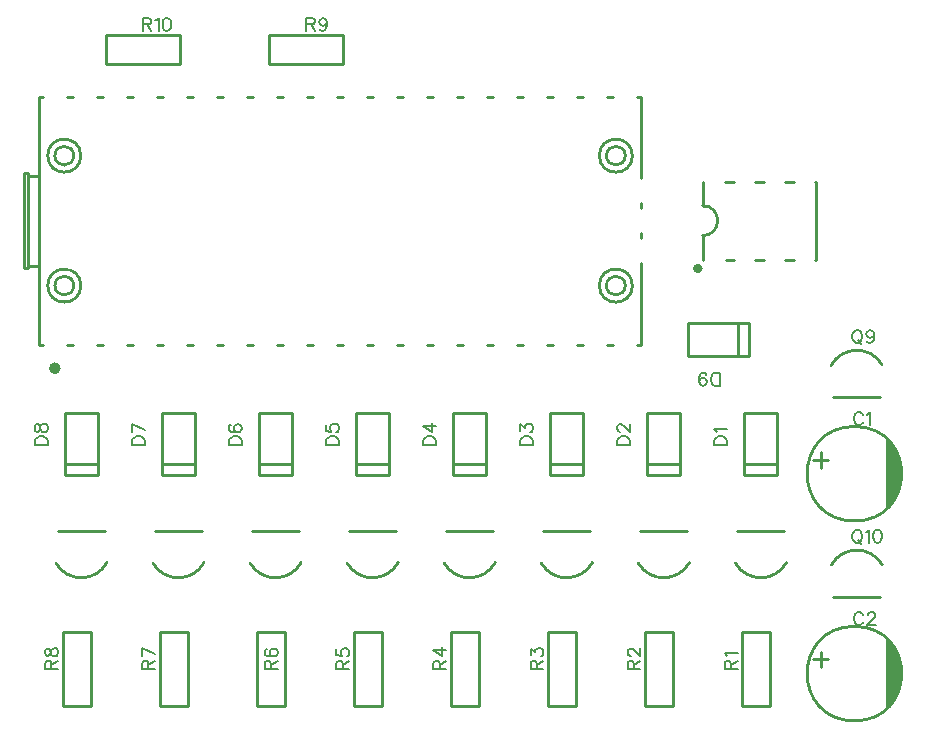
<source format=gto>
G04 Layer: TopSilkscreenLayer*
G04 EasyEDA v6.5.47, 2024-09-23 22:29:33*
G04 5a6e75cfa2c046329717b22c304bfbd2,c2d4411aa706456985f533cd49438c3a,10*
G04 Gerber Generator version 0.2*
G04 Scale: 100 percent, Rotated: No, Reflected: No *
G04 Dimensions in millimeters *
G04 leading zeros omitted , absolute positions ,4 integer and 5 decimal *
%FSLAX45Y45*%
%MOMM*%

%ADD10C,0.1524*%
%ADD11C,0.2540*%
%ADD12C,0.5000*%
%ADD13C,0.4000*%

%LPD*%
D10*
X7089973Y-3437971D02*
G01*
X7084639Y-3427557D01*
X7074225Y-3417143D01*
X7064065Y-3412063D01*
X7043237Y-3412063D01*
X7032823Y-3417143D01*
X7022409Y-3427557D01*
X7017075Y-3437971D01*
X7011995Y-3453719D01*
X7011995Y-3479627D01*
X7017075Y-3495121D01*
X7022409Y-3505535D01*
X7032823Y-3515949D01*
X7043237Y-3521029D01*
X7064065Y-3521029D01*
X7074225Y-3515949D01*
X7084639Y-3505535D01*
X7089973Y-3495121D01*
X7124263Y-3432891D02*
G01*
X7134677Y-3427557D01*
X7150171Y-3412063D01*
X7150171Y-3521029D01*
X7089973Y-5130292D02*
G01*
X7084639Y-5119878D01*
X7074225Y-5109463D01*
X7064065Y-5104384D01*
X7043237Y-5104384D01*
X7032823Y-5109463D01*
X7022409Y-5119878D01*
X7017075Y-5130292D01*
X7011995Y-5146039D01*
X7011995Y-5171947D01*
X7017075Y-5187442D01*
X7022409Y-5197855D01*
X7032823Y-5208270D01*
X7043237Y-5213350D01*
X7064065Y-5213350D01*
X7074225Y-5208270D01*
X7084639Y-5197855D01*
X7089973Y-5187442D01*
X7129343Y-5130292D02*
G01*
X7129343Y-5125212D01*
X7134677Y-5114797D01*
X7139757Y-5109463D01*
X7150171Y-5104384D01*
X7170999Y-5104384D01*
X7181413Y-5109463D01*
X7186493Y-5114797D01*
X7191827Y-5125212D01*
X7191827Y-5135626D01*
X7186493Y-5146039D01*
X7176079Y-5161534D01*
X7124263Y-5213350D01*
X7196907Y-5213350D01*
X5917184Y-5588000D02*
G01*
X6026150Y-5588000D01*
X5917184Y-5588000D02*
G01*
X5917184Y-5541263D01*
X5922263Y-5525770D01*
X5927597Y-5520436D01*
X5938011Y-5515355D01*
X5948425Y-5515355D01*
X5958840Y-5520436D01*
X5963920Y-5525770D01*
X5969000Y-5541263D01*
X5969000Y-5588000D01*
X5969000Y-5551678D02*
G01*
X6026150Y-5515355D01*
X5938011Y-5481065D02*
G01*
X5932677Y-5470652D01*
X5917184Y-5454904D01*
X6026150Y-5454904D01*
X5095313Y-5588000D02*
G01*
X5204279Y-5588000D01*
X5095313Y-5588000D02*
G01*
X5095313Y-5541263D01*
X5100393Y-5525770D01*
X5105727Y-5520436D01*
X5116141Y-5515355D01*
X5126555Y-5515355D01*
X5136969Y-5520436D01*
X5142049Y-5525770D01*
X5147129Y-5541263D01*
X5147129Y-5588000D01*
X5147129Y-5551678D02*
G01*
X5204279Y-5515355D01*
X5121221Y-5475731D02*
G01*
X5116141Y-5475731D01*
X5105727Y-5470652D01*
X5100393Y-5465318D01*
X5095313Y-5454904D01*
X5095313Y-5434329D01*
X5100393Y-5423915D01*
X5105727Y-5418581D01*
X5116141Y-5413502D01*
X5126555Y-5413502D01*
X5136969Y-5418581D01*
X5152463Y-5428995D01*
X5204279Y-5481065D01*
X5204279Y-5408168D01*
X4273440Y-5588000D02*
G01*
X4382406Y-5588000D01*
X4273440Y-5588000D02*
G01*
X4273440Y-5541263D01*
X4278520Y-5525770D01*
X4283854Y-5520436D01*
X4294268Y-5515355D01*
X4304682Y-5515355D01*
X4315096Y-5520436D01*
X4320176Y-5525770D01*
X4325256Y-5541263D01*
X4325256Y-5588000D01*
X4325256Y-5551678D02*
G01*
X4382406Y-5515355D01*
X4273440Y-5470652D02*
G01*
X4273440Y-5413502D01*
X4315096Y-5444489D01*
X4315096Y-5428995D01*
X4320176Y-5418581D01*
X4325256Y-5413502D01*
X4341004Y-5408168D01*
X4351418Y-5408168D01*
X4366912Y-5413502D01*
X4377326Y-5423915D01*
X4382406Y-5439410D01*
X4382406Y-5454904D01*
X4377326Y-5470652D01*
X4372246Y-5475731D01*
X4361832Y-5481065D01*
X3451570Y-5588000D02*
G01*
X3560536Y-5588000D01*
X3451570Y-5588000D02*
G01*
X3451570Y-5541263D01*
X3456650Y-5525770D01*
X3461984Y-5520436D01*
X3472398Y-5515355D01*
X3482812Y-5515355D01*
X3493226Y-5520436D01*
X3498306Y-5525770D01*
X3503386Y-5541263D01*
X3503386Y-5588000D01*
X3503386Y-5551678D02*
G01*
X3560536Y-5515355D01*
X3451570Y-5428995D02*
G01*
X3524214Y-5481065D01*
X3524214Y-5403087D01*
X3451570Y-5428995D02*
G01*
X3560536Y-5428995D01*
X5828284Y-3689350D02*
G01*
X5937250Y-3689350D01*
X5828284Y-3689350D02*
G01*
X5828284Y-3653028D01*
X5833363Y-3637279D01*
X5843777Y-3627120D01*
X5854191Y-3621786D01*
X5869940Y-3616705D01*
X5895847Y-3616705D01*
X5911341Y-3621786D01*
X5921756Y-3627120D01*
X5932170Y-3637279D01*
X5937250Y-3653028D01*
X5937250Y-3689350D01*
X5849111Y-3582415D02*
G01*
X5843777Y-3572002D01*
X5828284Y-3556254D01*
X5937250Y-3556254D01*
X5006413Y-3689350D02*
G01*
X5115379Y-3689350D01*
X5006413Y-3689350D02*
G01*
X5006413Y-3653028D01*
X5011493Y-3637279D01*
X5021907Y-3627120D01*
X5032321Y-3621786D01*
X5048069Y-3616705D01*
X5073977Y-3616705D01*
X5089471Y-3621786D01*
X5099885Y-3627120D01*
X5110299Y-3637279D01*
X5115379Y-3653028D01*
X5115379Y-3689350D01*
X5032321Y-3577081D02*
G01*
X5027241Y-3577081D01*
X5016827Y-3572002D01*
X5011493Y-3566668D01*
X5006413Y-3556254D01*
X5006413Y-3535679D01*
X5011493Y-3525265D01*
X5016827Y-3519931D01*
X5027241Y-3514852D01*
X5037655Y-3514852D01*
X5048069Y-3519931D01*
X5063563Y-3530345D01*
X5115379Y-3582415D01*
X5115379Y-3509518D01*
X4184540Y-3689350D02*
G01*
X4293506Y-3689350D01*
X4184540Y-3689350D02*
G01*
X4184540Y-3653028D01*
X4189620Y-3637279D01*
X4200034Y-3627120D01*
X4210448Y-3621786D01*
X4226196Y-3616705D01*
X4252104Y-3616705D01*
X4267598Y-3621786D01*
X4278012Y-3627120D01*
X4288426Y-3637279D01*
X4293506Y-3653028D01*
X4293506Y-3689350D01*
X4184540Y-3572002D02*
G01*
X4184540Y-3514852D01*
X4226196Y-3545839D01*
X4226196Y-3530345D01*
X4231276Y-3519931D01*
X4236356Y-3514852D01*
X4252104Y-3509518D01*
X4262518Y-3509518D01*
X4278012Y-3514852D01*
X4288426Y-3525265D01*
X4293506Y-3540760D01*
X4293506Y-3556254D01*
X4288426Y-3572002D01*
X4283346Y-3577081D01*
X4272932Y-3582415D01*
X3362670Y-3689350D02*
G01*
X3471636Y-3689350D01*
X3362670Y-3689350D02*
G01*
X3362670Y-3653028D01*
X3367750Y-3637279D01*
X3378164Y-3627120D01*
X3388578Y-3621786D01*
X3404326Y-3616705D01*
X3430234Y-3616705D01*
X3445728Y-3621786D01*
X3456142Y-3627120D01*
X3466556Y-3637279D01*
X3471636Y-3653028D01*
X3471636Y-3689350D01*
X3362670Y-3530345D02*
G01*
X3435314Y-3582415D01*
X3435314Y-3504437D01*
X3362670Y-3530345D02*
G01*
X3471636Y-3530345D01*
X2540797Y-3689350D02*
G01*
X2649763Y-3689350D01*
X2540797Y-3689350D02*
G01*
X2540797Y-3653028D01*
X2545877Y-3637279D01*
X2556291Y-3627120D01*
X2566705Y-3621786D01*
X2582453Y-3616705D01*
X2608361Y-3616705D01*
X2623855Y-3621786D01*
X2634269Y-3627120D01*
X2644683Y-3637279D01*
X2649763Y-3653028D01*
X2649763Y-3689350D01*
X2540797Y-3519931D02*
G01*
X2540797Y-3572002D01*
X2587533Y-3577081D01*
X2582453Y-3572002D01*
X2577119Y-3556254D01*
X2577119Y-3540760D01*
X2582453Y-3525265D01*
X2592613Y-3514852D01*
X2608361Y-3509518D01*
X2618775Y-3509518D01*
X2634269Y-3514852D01*
X2644683Y-3525265D01*
X2649763Y-3540760D01*
X2649763Y-3556254D01*
X2644683Y-3572002D01*
X2639603Y-3577081D01*
X2629189Y-3582415D01*
X1718927Y-3689350D02*
G01*
X1827893Y-3689350D01*
X1718927Y-3689350D02*
G01*
X1718927Y-3653028D01*
X1724007Y-3637279D01*
X1734421Y-3627120D01*
X1744835Y-3621786D01*
X1760583Y-3616705D01*
X1786491Y-3616705D01*
X1801985Y-3621786D01*
X1812399Y-3627120D01*
X1822813Y-3637279D01*
X1827893Y-3653028D01*
X1827893Y-3689350D01*
X1734421Y-3519931D02*
G01*
X1724007Y-3525265D01*
X1718927Y-3540760D01*
X1718927Y-3551173D01*
X1724007Y-3566668D01*
X1739755Y-3577081D01*
X1765663Y-3582415D01*
X1791571Y-3582415D01*
X1812399Y-3577081D01*
X1822813Y-3566668D01*
X1827893Y-3551173D01*
X1827893Y-3545839D01*
X1822813Y-3530345D01*
X1812399Y-3519931D01*
X1796905Y-3514852D01*
X1791571Y-3514852D01*
X1776077Y-3519931D01*
X1765663Y-3530345D01*
X1760583Y-3545839D01*
X1760583Y-3551173D01*
X1765663Y-3566668D01*
X1776077Y-3577081D01*
X1791571Y-3582415D01*
X897054Y-3689350D02*
G01*
X1006020Y-3689350D01*
X897054Y-3689350D02*
G01*
X897054Y-3653028D01*
X902134Y-3637279D01*
X912548Y-3627120D01*
X922962Y-3621786D01*
X938710Y-3616705D01*
X964618Y-3616705D01*
X980112Y-3621786D01*
X990526Y-3627120D01*
X1000940Y-3637279D01*
X1006020Y-3653028D01*
X1006020Y-3689350D01*
X897054Y-3509518D02*
G01*
X1006020Y-3561587D01*
X897054Y-3582415D02*
G01*
X897054Y-3509518D01*
X75184Y-3689350D02*
G01*
X184150Y-3689350D01*
X75184Y-3689350D02*
G01*
X75184Y-3653028D01*
X80263Y-3637279D01*
X90678Y-3627120D01*
X101092Y-3621786D01*
X116839Y-3616705D01*
X142747Y-3616705D01*
X158242Y-3621786D01*
X168655Y-3627120D01*
X179070Y-3637279D01*
X184150Y-3653028D01*
X184150Y-3689350D01*
X75184Y-3556254D02*
G01*
X80263Y-3572002D01*
X90678Y-3577081D01*
X101092Y-3577081D01*
X111505Y-3572002D01*
X116839Y-3561587D01*
X121920Y-3540760D01*
X127000Y-3525265D01*
X137413Y-3514852D01*
X147828Y-3509518D01*
X163576Y-3509518D01*
X173989Y-3514852D01*
X179070Y-3519931D01*
X184150Y-3535679D01*
X184150Y-3556254D01*
X179070Y-3572002D01*
X173989Y-3577081D01*
X163576Y-3582415D01*
X147828Y-3582415D01*
X137413Y-3577081D01*
X127000Y-3566668D01*
X121920Y-3551173D01*
X116839Y-3530345D01*
X111505Y-3519931D01*
X101092Y-3514852D01*
X90678Y-3514852D01*
X80263Y-3519931D01*
X75184Y-3535679D01*
X75184Y-3556254D01*
X2629697Y-5588000D02*
G01*
X2738663Y-5588000D01*
X2629697Y-5588000D02*
G01*
X2629697Y-5541263D01*
X2634777Y-5525770D01*
X2640111Y-5520436D01*
X2650525Y-5515355D01*
X2660939Y-5515355D01*
X2671353Y-5520436D01*
X2676433Y-5525770D01*
X2681513Y-5541263D01*
X2681513Y-5588000D01*
X2681513Y-5551678D02*
G01*
X2738663Y-5515355D01*
X2629697Y-5418581D02*
G01*
X2629697Y-5470652D01*
X2676433Y-5475731D01*
X2671353Y-5470652D01*
X2666019Y-5454904D01*
X2666019Y-5439410D01*
X2671353Y-5423915D01*
X2681513Y-5413502D01*
X2697261Y-5408168D01*
X2707675Y-5408168D01*
X2723169Y-5413502D01*
X2733583Y-5423915D01*
X2738663Y-5439410D01*
X2738663Y-5454904D01*
X2733583Y-5470652D01*
X2728503Y-5475731D01*
X2718089Y-5481065D01*
X2023651Y-5587923D02*
G01*
X2132871Y-5587923D01*
X2023651Y-5587923D02*
G01*
X2023651Y-5541187D01*
X2028985Y-5525693D01*
X2034065Y-5520359D01*
X2044479Y-5515279D01*
X2054893Y-5515279D01*
X2065307Y-5520359D01*
X2070387Y-5525693D01*
X2075721Y-5541187D01*
X2075721Y-5587923D01*
X2075721Y-5551601D02*
G01*
X2132871Y-5515279D01*
X2039399Y-5418505D02*
G01*
X2028985Y-5423839D01*
X2023651Y-5439333D01*
X2023651Y-5449747D01*
X2028985Y-5465241D01*
X2044479Y-5475655D01*
X2070387Y-5480989D01*
X2096549Y-5480989D01*
X2117123Y-5475655D01*
X2127537Y-5465241D01*
X2132871Y-5449747D01*
X2132871Y-5444413D01*
X2127537Y-5428919D01*
X2117123Y-5418505D01*
X2101629Y-5413425D01*
X2096549Y-5413425D01*
X2080801Y-5418505D01*
X2070387Y-5428919D01*
X2065307Y-5444413D01*
X2065307Y-5449747D01*
X2070387Y-5465241D01*
X2080801Y-5475655D01*
X2096549Y-5480989D01*
X985954Y-5588000D02*
G01*
X1094920Y-5588000D01*
X985954Y-5588000D02*
G01*
X985954Y-5541263D01*
X991034Y-5525770D01*
X996368Y-5520436D01*
X1006782Y-5515355D01*
X1017196Y-5515355D01*
X1027610Y-5520436D01*
X1032690Y-5525770D01*
X1037770Y-5541263D01*
X1037770Y-5588000D01*
X1037770Y-5551678D02*
G01*
X1094920Y-5515355D01*
X985954Y-5408168D02*
G01*
X1094920Y-5460237D01*
X985954Y-5481065D02*
G01*
X985954Y-5408168D01*
X164084Y-5588000D02*
G01*
X273050Y-5588000D01*
X164084Y-5588000D02*
G01*
X164084Y-5541263D01*
X169163Y-5525770D01*
X174497Y-5520436D01*
X184912Y-5515355D01*
X195326Y-5515355D01*
X205739Y-5520436D01*
X210820Y-5525770D01*
X215900Y-5541263D01*
X215900Y-5588000D01*
X215900Y-5551678D02*
G01*
X273050Y-5515355D01*
X164084Y-5454904D02*
G01*
X169163Y-5470652D01*
X179578Y-5475731D01*
X189992Y-5475731D01*
X200405Y-5470652D01*
X205739Y-5460237D01*
X210820Y-5439410D01*
X215900Y-5423915D01*
X226313Y-5413502D01*
X236728Y-5408168D01*
X252476Y-5408168D01*
X262889Y-5413502D01*
X267970Y-5418581D01*
X273050Y-5434329D01*
X273050Y-5454904D01*
X267970Y-5470652D01*
X262889Y-5475731D01*
X252476Y-5481065D01*
X236728Y-5481065D01*
X226313Y-5475731D01*
X215900Y-5465318D01*
X210820Y-5449823D01*
X205739Y-5428995D01*
X200405Y-5418581D01*
X189992Y-5413502D01*
X179578Y-5413502D01*
X169163Y-5418581D01*
X164084Y-5434329D01*
X164084Y-5454904D01*
X2374900Y-75184D02*
G01*
X2374900Y-184150D01*
X2374900Y-75184D02*
G01*
X2421636Y-75184D01*
X2437129Y-80263D01*
X2442463Y-85597D01*
X2447543Y-96012D01*
X2447543Y-106426D01*
X2442463Y-116839D01*
X2437129Y-121920D01*
X2421636Y-127000D01*
X2374900Y-127000D01*
X2411222Y-127000D02*
G01*
X2447543Y-184150D01*
X2549397Y-111505D02*
G01*
X2544318Y-127000D01*
X2533904Y-137413D01*
X2518409Y-142747D01*
X2513075Y-142747D01*
X2497581Y-137413D01*
X2487168Y-127000D01*
X2481834Y-111505D01*
X2481834Y-106426D01*
X2487168Y-90678D01*
X2497581Y-80263D01*
X2513075Y-75184D01*
X2518409Y-75184D01*
X2533904Y-80263D01*
X2544318Y-90678D01*
X2549397Y-111505D01*
X2549397Y-137413D01*
X2544318Y-163576D01*
X2533904Y-179070D01*
X2518409Y-184150D01*
X2507995Y-184150D01*
X2492247Y-179070D01*
X2487168Y-168655D01*
X990600Y-75184D02*
G01*
X990600Y-184150D01*
X990600Y-75184D02*
G01*
X1037336Y-75184D01*
X1052829Y-80263D01*
X1058163Y-85597D01*
X1063244Y-96012D01*
X1063244Y-106426D01*
X1058163Y-116839D01*
X1052829Y-121920D01*
X1037336Y-127000D01*
X990600Y-127000D01*
X1026921Y-127000D02*
G01*
X1063244Y-184150D01*
X1097534Y-96012D02*
G01*
X1107947Y-90678D01*
X1123695Y-75184D01*
X1123695Y-184150D01*
X1188973Y-75184D02*
G01*
X1173479Y-80263D01*
X1163065Y-96012D01*
X1157986Y-121920D01*
X1157986Y-137413D01*
X1163065Y-163576D01*
X1173479Y-179070D01*
X1188973Y-184150D01*
X1199387Y-184150D01*
X1215136Y-179070D01*
X1225550Y-163576D01*
X1230629Y-137413D01*
X1230629Y-121920D01*
X1225550Y-96012D01*
X1215136Y-80263D01*
X1199387Y-75184D01*
X1188973Y-75184D01*
X5873750Y-3188715D02*
G01*
X5873750Y-3079750D01*
X5873750Y-3188715D02*
G01*
X5837427Y-3188715D01*
X5821679Y-3183636D01*
X5811520Y-3173221D01*
X5806186Y-3162807D01*
X5801106Y-3147060D01*
X5801106Y-3121152D01*
X5806186Y-3105657D01*
X5811520Y-3095244D01*
X5821679Y-3084829D01*
X5837427Y-3079750D01*
X5873750Y-3079750D01*
X5699252Y-3152394D02*
G01*
X5704331Y-3136900D01*
X5714745Y-3126486D01*
X5730240Y-3121152D01*
X5735574Y-3121152D01*
X5751068Y-3126486D01*
X5761481Y-3136900D01*
X5766815Y-3152394D01*
X5766815Y-3157473D01*
X5761481Y-3173221D01*
X5751068Y-3183636D01*
X5735574Y-3188715D01*
X5730240Y-3188715D01*
X5714745Y-3183636D01*
X5704331Y-3173221D01*
X5699252Y-3152394D01*
X5699252Y-3126486D01*
X5704331Y-3100323D01*
X5714745Y-3084829D01*
X5730240Y-3079750D01*
X5740654Y-3079750D01*
X5756402Y-3084829D01*
X5761481Y-3095244D01*
X7028941Y-4409102D02*
G01*
X7018527Y-4414182D01*
X7008113Y-4424596D01*
X7002779Y-4435010D01*
X6997700Y-4450758D01*
X6997700Y-4476666D01*
X7002779Y-4492160D01*
X7008113Y-4502574D01*
X7018527Y-4512988D01*
X7028941Y-4518068D01*
X7049770Y-4518068D01*
X7059929Y-4512988D01*
X7070343Y-4502574D01*
X7075677Y-4492160D01*
X7080758Y-4476666D01*
X7080758Y-4450758D01*
X7075677Y-4435010D01*
X7070343Y-4424596D01*
X7059929Y-4414182D01*
X7049770Y-4409102D01*
X7028941Y-4409102D01*
X7044436Y-4497494D02*
G01*
X7075677Y-4528482D01*
X7115047Y-4429930D02*
G01*
X7125461Y-4424596D01*
X7141209Y-4409102D01*
X7141209Y-4518068D01*
X7206488Y-4409102D02*
G01*
X7190993Y-4414182D01*
X7180579Y-4429930D01*
X7175500Y-4455838D01*
X7175500Y-4471332D01*
X7180579Y-4497494D01*
X7190993Y-4512988D01*
X7206488Y-4518068D01*
X7216902Y-4518068D01*
X7232650Y-4512988D01*
X7242809Y-4497494D01*
X7248143Y-4471332D01*
X7248143Y-4455838D01*
X7242809Y-4429930D01*
X7232650Y-4414182D01*
X7216902Y-4409102D01*
X7206488Y-4409102D01*
X7028941Y-2716784D02*
G01*
X7018527Y-2721863D01*
X7008113Y-2732278D01*
X7002779Y-2742692D01*
X6997700Y-2758439D01*
X6997700Y-2784347D01*
X7002779Y-2799842D01*
X7008113Y-2810255D01*
X7018527Y-2820670D01*
X7028941Y-2825750D01*
X7049770Y-2825750D01*
X7059929Y-2820670D01*
X7070343Y-2810255D01*
X7075677Y-2799842D01*
X7080758Y-2784347D01*
X7080758Y-2758439D01*
X7075677Y-2742692D01*
X7070343Y-2732278D01*
X7059929Y-2721863D01*
X7049770Y-2716784D01*
X7028941Y-2716784D01*
X7044436Y-2805176D02*
G01*
X7075677Y-2836163D01*
X7182611Y-2753105D02*
G01*
X7177531Y-2768600D01*
X7167118Y-2779013D01*
X7151370Y-2784347D01*
X7146290Y-2784347D01*
X7130795Y-2779013D01*
X7120381Y-2768600D01*
X7115047Y-2753105D01*
X7115047Y-2748026D01*
X7120381Y-2732278D01*
X7130795Y-2721863D01*
X7146290Y-2716784D01*
X7151370Y-2716784D01*
X7167118Y-2721863D01*
X7177531Y-2732278D01*
X7182611Y-2753105D01*
X7182611Y-2779013D01*
X7177531Y-2805176D01*
X7167118Y-2820670D01*
X7151370Y-2825750D01*
X7141209Y-2825750D01*
X7125461Y-2820670D01*
X7120381Y-2810255D01*
G36*
X7287006Y-3633774D02*
G01*
X7287006Y-4233773D01*
X7299756Y-4219803D01*
X7311847Y-4205274D01*
X7323328Y-4190237D01*
X7334148Y-4174744D01*
X7344308Y-4158742D01*
X7353706Y-4142384D01*
X7362444Y-4125569D01*
X7370419Y-4108399D01*
X7377633Y-4090924D01*
X7384084Y-4073144D01*
X7389723Y-4055110D01*
X7394600Y-4036822D01*
X7398715Y-4018381D01*
X7401966Y-3999737D01*
X7404404Y-3980992D01*
X7406081Y-3962146D01*
X7406894Y-3943248D01*
X7406894Y-3924300D01*
X7406081Y-3905402D01*
X7404404Y-3886555D01*
X7401966Y-3867810D01*
X7398715Y-3849217D01*
X7394600Y-3830726D01*
X7389723Y-3812438D01*
X7384084Y-3794404D01*
X7377633Y-3776624D01*
X7370419Y-3759149D01*
X7362444Y-3741978D01*
X7353706Y-3725214D01*
X7344308Y-3708806D01*
X7334148Y-3692804D01*
X7323328Y-3677310D01*
X7311847Y-3662273D01*
X7299756Y-3647744D01*
G37*
G36*
X7287006Y-5326075D02*
G01*
X7287006Y-5926124D01*
X7299756Y-5912104D01*
X7311847Y-5897626D01*
X7323328Y-5882589D01*
X7334148Y-5867044D01*
X7344308Y-5851093D01*
X7353706Y-5834684D01*
X7362444Y-5817870D01*
X7370419Y-5800750D01*
X7377633Y-5783275D01*
X7384084Y-5765495D01*
X7389723Y-5747410D01*
X7394600Y-5729173D01*
X7398715Y-5710682D01*
X7401966Y-5692038D01*
X7404404Y-5673293D01*
X7405370Y-5663895D01*
X7406589Y-5644997D01*
X7406995Y-5626100D01*
X7406589Y-5607202D01*
X7405370Y-5588304D01*
X7403287Y-5569508D01*
X7400442Y-5550814D01*
X7398715Y-5541518D01*
X7394600Y-5523026D01*
X7389723Y-5504789D01*
X7384084Y-5486704D01*
X7377633Y-5468924D01*
X7370419Y-5451449D01*
X7362444Y-5434330D01*
X7353706Y-5417515D01*
X7344308Y-5401106D01*
X7334148Y-5385155D01*
X7323328Y-5369610D01*
X7311847Y-5354574D01*
X7299756Y-5340096D01*
G37*
D11*
X5177007Y-2840697D02*
G01*
X5210891Y-2840697D01*
X5210891Y-2147816D01*
X5210891Y-1433596D02*
G01*
X5210891Y-740702D01*
X5177007Y-740702D01*
X5210891Y-1687596D02*
G01*
X5210891Y-1639816D01*
X5210891Y-1941596D02*
G01*
X5210891Y-1893816D01*
X144792Y-740714D02*
G01*
X110916Y-740714D01*
X110898Y-740702D02*
G01*
X110898Y-2840697D01*
X144782Y-2840697D01*
X-19085Y-1390746D02*
G01*
X20932Y-1390746D01*
X20932Y-2190734D01*
X-19085Y-2190734D01*
X20932Y-2171603D02*
G01*
X108369Y-2171603D01*
X110916Y-2174146D01*
X20932Y-1410459D02*
G01*
X110916Y-1410459D01*
X-19085Y-1390746D02*
G01*
X-19085Y-2190734D01*
X398782Y-740702D02*
G01*
X351007Y-740702D01*
X652782Y-740702D02*
G01*
X605007Y-740702D01*
X906782Y-740702D02*
G01*
X859007Y-740702D01*
X1160782Y-740702D02*
G01*
X1113007Y-740702D01*
X1414782Y-740702D02*
G01*
X1367007Y-740702D01*
X1668782Y-740702D02*
G01*
X1621007Y-740702D01*
X1922782Y-740702D02*
G01*
X1875007Y-740702D01*
X2176782Y-740702D02*
G01*
X2129007Y-740702D01*
X2430782Y-740702D02*
G01*
X2383007Y-740702D01*
X2684782Y-740702D02*
G01*
X2637007Y-740702D01*
X2938782Y-740702D02*
G01*
X2891007Y-740702D01*
X3192782Y-740702D02*
G01*
X3145007Y-740702D01*
X3446782Y-740702D02*
G01*
X3399007Y-740702D01*
X3700782Y-740702D02*
G01*
X3653007Y-740702D01*
X3954782Y-740702D02*
G01*
X3907007Y-740702D01*
X4208782Y-740702D02*
G01*
X4161007Y-740702D01*
X4462782Y-740702D02*
G01*
X4415007Y-740702D01*
X4716782Y-740702D02*
G01*
X4669007Y-740702D01*
X4970782Y-740702D02*
G01*
X4923007Y-740702D01*
X4923007Y-2840697D02*
G01*
X4970782Y-2840697D01*
X4669007Y-2840697D02*
G01*
X4716782Y-2840697D01*
X4415007Y-2840697D02*
G01*
X4462782Y-2840697D01*
X4161007Y-2840697D02*
G01*
X4208782Y-2840697D01*
X3907007Y-2840697D02*
G01*
X3954782Y-2840697D01*
X3653007Y-2840697D02*
G01*
X3700782Y-2840697D01*
X3399007Y-2840697D02*
G01*
X3446782Y-2840697D01*
X3145007Y-2840697D02*
G01*
X3192782Y-2840697D01*
X2891007Y-2840697D02*
G01*
X2938782Y-2840697D01*
X2637007Y-2840697D02*
G01*
X2684782Y-2840697D01*
X2383007Y-2840697D02*
G01*
X2430782Y-2840697D01*
X2129007Y-2840697D02*
G01*
X2176782Y-2840697D01*
X1875007Y-2840697D02*
G01*
X1922782Y-2840697D01*
X1621007Y-2840697D02*
G01*
X1668782Y-2840697D01*
X1367007Y-2840697D02*
G01*
X1414782Y-2840697D01*
X1113007Y-2840697D02*
G01*
X1160782Y-2840697D01*
X859007Y-2840697D02*
G01*
X906782Y-2840697D01*
X605007Y-2840697D02*
G01*
X652782Y-2840697D01*
X351007Y-2840697D02*
G01*
X398782Y-2840697D01*
X6791995Y-3813779D02*
G01*
X6667535Y-3813779D01*
X6729765Y-3881089D02*
G01*
X6729765Y-3746469D01*
X6791995Y-5506100D02*
G01*
X6667535Y-5506100D01*
X6729765Y-5573410D02*
G01*
X6729765Y-5438790D01*
X6025006Y-4415662D02*
G01*
X6420993Y-4415662D01*
X5203131Y-4415668D02*
G01*
X5599117Y-4415668D01*
X4381266Y-4415668D02*
G01*
X4777252Y-4415668D01*
X3559403Y-4415668D02*
G01*
X3955389Y-4415668D01*
X2737535Y-4415662D02*
G01*
X3133521Y-4415662D01*
X6064900Y-5903000D02*
G01*
X6064900Y-5272999D01*
X6064900Y-5272999D02*
G01*
X6304899Y-5272999D01*
X6304899Y-5272999D02*
G01*
X6304899Y-5903000D01*
X6304899Y-5903000D02*
G01*
X6064900Y-5903000D01*
X5243029Y-5903000D02*
G01*
X5243029Y-5272999D01*
X5243029Y-5272999D02*
G01*
X5483029Y-5272999D01*
X5483029Y-5272999D02*
G01*
X5483029Y-5903000D01*
X5483029Y-5903000D02*
G01*
X5243029Y-5903000D01*
X4421157Y-5903000D02*
G01*
X4421157Y-5272999D01*
X4421157Y-5272999D02*
G01*
X4661156Y-5272999D01*
X4661156Y-5272999D02*
G01*
X4661156Y-5903000D01*
X4661156Y-5903000D02*
G01*
X4421157Y-5903000D01*
X3599286Y-5903000D02*
G01*
X3599286Y-5272999D01*
X3599286Y-5272999D02*
G01*
X3839286Y-5272999D01*
X3839286Y-5272999D02*
G01*
X3839286Y-5903000D01*
X3839286Y-5903000D02*
G01*
X3599286Y-5903000D01*
X5730300Y-2120892D02*
G01*
X5730300Y-2044692D01*
X5730298Y-1536692D02*
G01*
X5730298Y-1460492D01*
X5730298Y-1663692D02*
G01*
X5730298Y-1536692D01*
X6681000Y-1460492D02*
G01*
X6692894Y-1460492D01*
X6692894Y-2120892D01*
X6681000Y-2120892D01*
X5993594Y-2120892D02*
G01*
X5932418Y-2120892D01*
X6247594Y-2120892D02*
G01*
X6173000Y-2120892D01*
X6501594Y-2120892D02*
G01*
X6427000Y-2120892D01*
X6427000Y-1460492D02*
G01*
X6501594Y-1460492D01*
X6173000Y-1460492D02*
G01*
X6247594Y-1460492D01*
X5919000Y-1460492D02*
G01*
X5993594Y-1460492D01*
X5730298Y-2044692D02*
G01*
X5730298Y-1917692D01*
X6083000Y-3942999D02*
G01*
X6083000Y-3423000D01*
X6083000Y-3423000D02*
G01*
X6362999Y-3423000D01*
X6362999Y-3942999D02*
G01*
X6362999Y-3423000D01*
X6083000Y-3942999D02*
G01*
X6362999Y-3942999D01*
X6083000Y-3847073D02*
G01*
X6362999Y-3847073D01*
X5261129Y-3942999D02*
G01*
X5261129Y-3423000D01*
X5261129Y-3423000D02*
G01*
X5541129Y-3423000D01*
X5541129Y-3942999D02*
G01*
X5541129Y-3423000D01*
X5261129Y-3942999D02*
G01*
X5541129Y-3942999D01*
X5261129Y-3847073D02*
G01*
X5541129Y-3847073D01*
X4439257Y-3942999D02*
G01*
X4439257Y-3423000D01*
X4439257Y-3423000D02*
G01*
X4719256Y-3423000D01*
X4719256Y-3942999D02*
G01*
X4719256Y-3423000D01*
X4439257Y-3942999D02*
G01*
X4719256Y-3942999D01*
X4439257Y-3847073D02*
G01*
X4719256Y-3847073D01*
X3617386Y-3942999D02*
G01*
X3617386Y-3423000D01*
X3617386Y-3423000D02*
G01*
X3897386Y-3423000D01*
X3897386Y-3942999D02*
G01*
X3897386Y-3423000D01*
X3617386Y-3942999D02*
G01*
X3897386Y-3942999D01*
X3617386Y-3847073D02*
G01*
X3897386Y-3847073D01*
X1915657Y-4415662D02*
G01*
X2311643Y-4415662D01*
X1093782Y-4415662D02*
G01*
X1489768Y-4415662D01*
X271906Y-4415662D02*
G01*
X667893Y-4415662D01*
X2795513Y-3942999D02*
G01*
X2795513Y-3423000D01*
X2795513Y-3423000D02*
G01*
X3075513Y-3423000D01*
X3075513Y-3942999D02*
G01*
X3075513Y-3423000D01*
X2795513Y-3942999D02*
G01*
X3075513Y-3942999D01*
X2795513Y-3847073D02*
G01*
X3075513Y-3847073D01*
X1973643Y-3942999D02*
G01*
X1973643Y-3423000D01*
X1973643Y-3423000D02*
G01*
X2253642Y-3423000D01*
X2253642Y-3942999D02*
G01*
X2253642Y-3423000D01*
X1973643Y-3942999D02*
G01*
X2253642Y-3942999D01*
X1973643Y-3847073D02*
G01*
X2253642Y-3847073D01*
X1151770Y-3942999D02*
G01*
X1151770Y-3423000D01*
X1151770Y-3423000D02*
G01*
X1431770Y-3423000D01*
X1431770Y-3942999D02*
G01*
X1431770Y-3423000D01*
X1151770Y-3942999D02*
G01*
X1431770Y-3942999D01*
X1151770Y-3847073D02*
G01*
X1431770Y-3847073D01*
X329900Y-3942999D02*
G01*
X329900Y-3423000D01*
X329900Y-3423000D02*
G01*
X609899Y-3423000D01*
X609899Y-3942999D02*
G01*
X609899Y-3423000D01*
X329900Y-3942999D02*
G01*
X609899Y-3942999D01*
X329900Y-3847073D02*
G01*
X609899Y-3847073D01*
X2777413Y-5903000D02*
G01*
X2777413Y-5272999D01*
X2777413Y-5272999D02*
G01*
X3017413Y-5272999D01*
X3017413Y-5272999D02*
G01*
X3017413Y-5903000D01*
X3017413Y-5903000D02*
G01*
X2777413Y-5903000D01*
X1955543Y-5903000D02*
G01*
X1955543Y-5272999D01*
X1955543Y-5272999D02*
G01*
X2195542Y-5272999D01*
X2195542Y-5272999D02*
G01*
X2195542Y-5903000D01*
X2195542Y-5903000D02*
G01*
X1955543Y-5903000D01*
X1133670Y-5903000D02*
G01*
X1133670Y-5272999D01*
X1133670Y-5272999D02*
G01*
X1373670Y-5272999D01*
X1373670Y-5272999D02*
G01*
X1373670Y-5903000D01*
X1373670Y-5903000D02*
G01*
X1133670Y-5903000D01*
X311800Y-5903000D02*
G01*
X311800Y-5272999D01*
X311800Y-5272999D02*
G01*
X551799Y-5272999D01*
X551799Y-5272999D02*
G01*
X551799Y-5903000D01*
X551799Y-5903000D02*
G01*
X311800Y-5903000D01*
X2059899Y-222900D02*
G01*
X2689900Y-222900D01*
X2689900Y-222900D02*
G01*
X2689900Y-462899D01*
X2689900Y-462899D02*
G01*
X2059899Y-462899D01*
X2059899Y-462899D02*
G01*
X2059899Y-222900D01*
X675599Y-222900D02*
G01*
X1305600Y-222900D01*
X1305600Y-222900D02*
G01*
X1305600Y-462899D01*
X1305600Y-462899D02*
G01*
X675599Y-462899D01*
X675599Y-462899D02*
G01*
X675599Y-222900D01*
X6127399Y-2933999D02*
G01*
X5607400Y-2933999D01*
X5607400Y-2933999D02*
G01*
X5607400Y-2654000D01*
X6127399Y-2654000D02*
G01*
X5607400Y-2654000D01*
X6127399Y-2933999D02*
G01*
X6127399Y-2654000D01*
X6031473Y-2933999D02*
G01*
X6031473Y-2654000D01*
X7233793Y-4979205D02*
G01*
X6837806Y-4979205D01*
X7233793Y-3286887D02*
G01*
X6837806Y-3286887D01*
G75*
G01*
X7012249Y-3533729D02*
G03*
X7019361Y-3533729I3556J-399984D01*
G75*
G01*
X7012249Y-5226050D02*
G03*
X7019361Y-5226050I3556J-399984D01*
G75*
G01*
X6008624Y-4691634D02*
G03*
X6440147Y-4686795I214376J125982D01*
G75*
G01*
X5186749Y-4691639D02*
G03*
X5618272Y-4686800I214376J125982D01*
G75*
G01*
X4364883Y-4691639D02*
G03*
X4796406Y-4686800I214376J125982D01*
G75*
G01*
X3543021Y-4691639D02*
G03*
X3974544Y-4686800I214376J125982D01*
G75*
G01*
X2721153Y-4691634D02*
G03*
X3152676Y-4686795I214376J125982D01*
G75*
G01*
X5730296Y-1663690D02*
G02*
X5730296Y-1917690I0J-127000D01*
G75*
G01*
X1899275Y-4691634D02*
G03*
X2330798Y-4686795I214376J125982D01*
G75*
G01*
X1077399Y-4691634D02*
G03*
X1508923Y-4686795I214376J125982D01*
G75*
G01*
X255524Y-4691634D02*
G03*
X687047Y-4686795I214376J125982D01*
G75*
G01*
X7250176Y-4703234D02*
G03*
X6818653Y-4708073I-214376J-125982D01*
G75*
G01*
X7250176Y-3010916D02*
G03*
X6818653Y-3015755I-214376J-125982D01*
D12*
G75*
G01
X270891Y-3040710D02*
G03X270891Y-3040710I-24994J0D01*
D11*
G75*
G01
X5075885Y-1240714D02*
G03X5075885Y-1240714I-80010J0D01*
G75*
G01
X5135880Y-1240714D02*
G03X5135880Y-1240714I-140005J0D01*
G75*
G01
X5075885Y-2340712D02*
G03X5075885Y-2340712I-80010J0D01*
G75*
G01
X5135880Y-2340712D02*
G03X5135880Y-2340712I-140005J0D01*
G75*
G01
X465887Y-1240714D02*
G03X465887Y-1240714I-140005J0D01*
G75*
G01
X405892Y-1240714D02*
G03X405892Y-1240714I-80010J0D01*
G75*
G01
X465887Y-2340712D02*
G03X465887Y-2340712I-140005J0D01*
G75*
G01
X405892Y-2340712D02*
G03X405892Y-2340712I-80010J0D01*
D13*
G75*
G01
X5710301Y-2195703D02*
G03X5710301Y-2195703I-19990J0D01*
M02*

</source>
